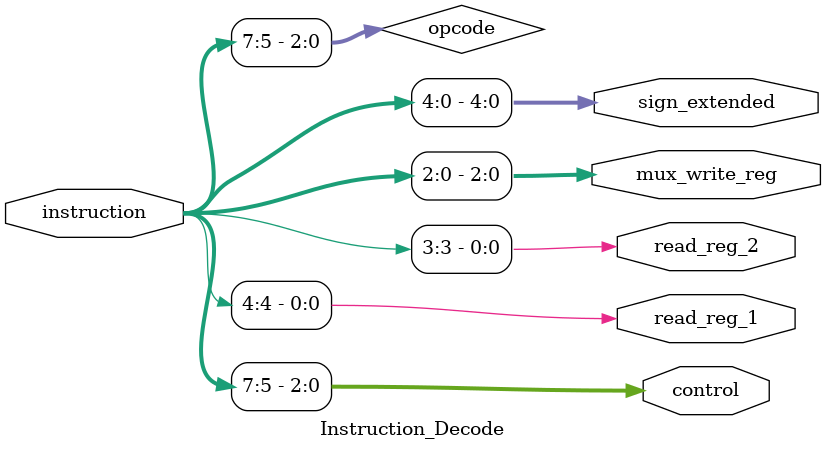
<source format=v>
`timescale 1ns / 1ps


module Instruction_Decode(
    input [7:0]instruction,
    output reg [2:0]control,
    output reg read_reg_1,
    output reg read_reg_2,
    output reg [2:0]mux_write_reg,
    output reg [4:0]sign_extended
    );
    //Break up instruction
    wire [2:0]opcode = instruction[7:5]; //grab opcode from unstruction
//    parameter [2:0] lw = 3'b000, sw = 3'b001, jmp = 3'b010, add = 3'b011, addi = 3'b100, sub = 3'b101; //create all possible parameters
    always @ (instruction) //update when instruction changes
        begin
                control = opcode; //set all necesarry bits for future modules.
                read_reg_1 = instruction[4];
                read_reg_2 = instruction[3];
                mux_write_reg = instruction[2:0];
                sign_extended = instruction[4:0];
        end
endmodule

</source>
